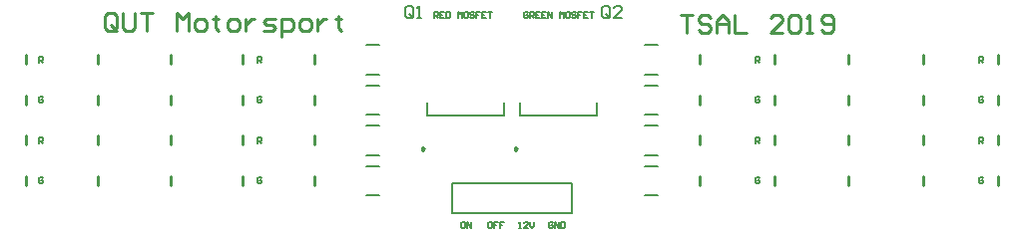
<source format=gto>
G04*
G04 #@! TF.GenerationSoftware,Altium Limited,Altium Designer,19.0.15 (446)*
G04*
G04 Layer_Color=65535*
%FSLAX25Y25*%
%MOIN*%
G70*
G01*
G75*
%ADD10C,0.00984*%
%ADD11C,0.01000*%
%ADD12C,0.00787*%
%ADD13C,0.00600*%
D10*
X184661Y32177D02*
X183923Y32603D01*
Y31751D01*
X184661Y32177D01*
X153661D02*
X152923Y32603D01*
Y31751D01*
X153661Y32177D01*
D11*
X245587Y60500D02*
Y63500D01*
X270524Y60500D02*
Y63500D01*
X295461Y60500D02*
Y63500D01*
X320398Y60500D02*
Y63500D01*
X345335Y60500D02*
Y63500D01*
X117173Y60500D02*
Y63500D01*
X93046Y60500D02*
Y63500D01*
X68919Y60500D02*
Y63500D01*
X44792Y60500D02*
Y63500D01*
X20665Y60500D02*
Y63500D01*
X245587Y47000D02*
Y50000D01*
X270524Y47000D02*
Y50000D01*
X295461Y47000D02*
Y50000D01*
X320398Y47000D02*
Y50000D01*
X345335Y47000D02*
Y50000D01*
X117173Y47000D02*
Y50000D01*
X93046Y47000D02*
Y50000D01*
X68919Y47000D02*
Y50000D01*
X44792Y47000D02*
Y50000D01*
X20665Y47000D02*
Y50000D01*
X245587Y33500D02*
Y36500D01*
X270524Y33500D02*
Y36500D01*
X295461Y33500D02*
Y36500D01*
X320398Y33500D02*
Y36500D01*
X345335Y33500D02*
Y36500D01*
X117173Y33500D02*
Y36500D01*
X93046Y33500D02*
Y36500D01*
X68919Y33500D02*
Y36500D01*
X44792Y33500D02*
Y36500D01*
X20665Y33500D02*
Y36500D01*
X245587Y20000D02*
Y23000D01*
X270524Y20000D02*
Y23000D01*
X295461Y20000D02*
Y23000D01*
X320398Y20000D02*
Y23000D01*
X345335Y20000D02*
Y23000D01*
X117173Y20000D02*
Y23000D01*
X93046Y20000D02*
Y23000D01*
X68919Y20000D02*
Y23000D01*
X44792Y20000D02*
Y23000D01*
X20665Y20000D02*
Y23000D01*
X239500Y76999D02*
X243499D01*
X241499D01*
Y71001D01*
X249497Y75999D02*
X248497Y76999D01*
X246498D01*
X245498Y75999D01*
Y74999D01*
X246498Y74000D01*
X248497D01*
X249497Y73000D01*
Y72000D01*
X248497Y71001D01*
X246498D01*
X245498Y72000D01*
X251496Y71001D02*
Y74999D01*
X253496Y76999D01*
X255495Y74999D01*
Y71001D01*
Y74000D01*
X251496D01*
X257494Y76999D02*
Y71001D01*
X261493D01*
X273489D02*
X269490D01*
X273489Y74999D01*
Y75999D01*
X272489Y76999D01*
X270490D01*
X269490Y75999D01*
X275488D02*
X276488Y76999D01*
X278487D01*
X279487Y75999D01*
Y72000D01*
X278487Y71001D01*
X276488D01*
X275488Y72000D01*
Y75999D01*
X281486Y71001D02*
X283486D01*
X282486D01*
Y76999D01*
X281486Y75999D01*
X286485Y72000D02*
X287485Y71001D01*
X289484D01*
X290483Y72000D01*
Y75999D01*
X289484Y76999D01*
X287485D01*
X286485Y75999D01*
Y74999D01*
X287485Y74000D01*
X290483D01*
X50999Y72500D02*
Y76498D01*
X49999Y77498D01*
X48000D01*
X47000Y76498D01*
Y72500D01*
X48000Y71500D01*
X49999D01*
X48999Y73499D02*
X50999Y71500D01*
X49999D02*
X50999Y72500D01*
X52998Y77498D02*
Y72500D01*
X53998Y71500D01*
X55997D01*
X56997Y72500D01*
Y77498D01*
X58996D02*
X62995D01*
X60996D01*
Y71500D01*
X70992D02*
Y77498D01*
X72992Y75499D01*
X74991Y77498D01*
Y71500D01*
X77990D02*
X79989D01*
X80989Y72500D01*
Y74499D01*
X79989Y75499D01*
X77990D01*
X76990Y74499D01*
Y72500D01*
X77990Y71500D01*
X83988Y76498D02*
Y75499D01*
X82988D01*
X84988D01*
X83988D01*
Y72500D01*
X84988Y71500D01*
X88986D02*
X90986D01*
X91985Y72500D01*
Y74499D01*
X90986Y75499D01*
X88986D01*
X87987Y74499D01*
Y72500D01*
X88986Y71500D01*
X93985Y75499D02*
Y71500D01*
Y73499D01*
X94985Y74499D01*
X95984Y75499D01*
X96984D01*
X99983Y71500D02*
X102982D01*
X103982Y72500D01*
X102982Y73499D01*
X100982D01*
X99983Y74499D01*
X100982Y75499D01*
X103982D01*
X105981Y69501D02*
Y75499D01*
X108980D01*
X109980Y74499D01*
Y72500D01*
X108980Y71500D01*
X105981D01*
X112979D02*
X114978D01*
X115978Y72500D01*
Y74499D01*
X114978Y75499D01*
X112979D01*
X111979Y74499D01*
Y72500D01*
X112979Y71500D01*
X117977Y75499D02*
Y71500D01*
Y73499D01*
X118977Y74499D01*
X119976Y75499D01*
X120976D01*
X124975Y76498D02*
Y75499D01*
X123975D01*
X125975D01*
X124975D01*
Y72500D01*
X125975Y71500D01*
D12*
X227335Y57079D02*
X231665D01*
X227335Y66921D02*
X231665D01*
X134335D02*
X138665D01*
X134335Y57079D02*
X138665D01*
X227335Y43579D02*
X231665D01*
X227335Y53421D02*
X231665D01*
X134335D02*
X138665D01*
X134335Y43579D02*
X138665D01*
X227335Y30079D02*
X231665D01*
X227335Y39921D02*
X231665D01*
X134335D02*
X138665D01*
X134335Y30079D02*
X138665D01*
X227335Y16579D02*
X231665D01*
X227335Y26421D02*
X231665D01*
X134335D02*
X138665D01*
X134335Y16579D02*
X138665D01*
X203000Y10500D02*
Y20500D01*
X163000Y10500D02*
X203000D01*
X163000Y20500D02*
X203000D01*
X163000Y10500D02*
Y20500D01*
X185626Y43201D02*
Y47717D01*
Y43201D02*
X211374D01*
Y47717D01*
X154626Y43201D02*
Y47717D01*
Y43201D02*
X180374D01*
Y47717D01*
D13*
X26333Y49166D02*
X26000Y49499D01*
X25333D01*
X25000Y49166D01*
Y47833D01*
X25333Y47500D01*
X26000D01*
X26333Y47833D01*
Y48500D01*
X25666D01*
X26333Y22166D02*
X26000Y22499D01*
X25333D01*
X25000Y22166D01*
Y20833D01*
X25333Y20500D01*
X26000D01*
X26333Y20833D01*
Y21500D01*
X25666D01*
X99333Y22166D02*
X99000Y22499D01*
X98333D01*
X98000Y22166D01*
Y20833D01*
X98333Y20500D01*
X99000D01*
X99333Y20833D01*
Y21500D01*
X98666D01*
X99333Y49166D02*
X99000Y49499D01*
X98333D01*
X98000Y49166D01*
Y47833D01*
X98333Y47500D01*
X99000D01*
X99333Y47833D01*
Y48500D01*
X98666D01*
X25000Y34000D02*
Y35999D01*
X26000D01*
X26333Y35666D01*
Y35000D01*
X26000Y34666D01*
X25000D01*
X25666D02*
X26333Y34000D01*
X25000Y61000D02*
Y62999D01*
X26000D01*
X26333Y62666D01*
Y62000D01*
X26000Y61666D01*
X25000D01*
X25666D02*
X26333Y61000D01*
X98000D02*
Y62999D01*
X99000D01*
X99333Y62666D01*
Y62000D01*
X99000Y61666D01*
X98000D01*
X98666D02*
X99333Y61000D01*
X98000Y33909D02*
Y35909D01*
X99000D01*
X99333Y35576D01*
Y34909D01*
X99000Y34576D01*
X98000D01*
X98666D02*
X99333Y33909D01*
X339000D02*
Y35909D01*
X340000D01*
X340333Y35576D01*
Y34909D01*
X340000Y34576D01*
X339000D01*
X339666D02*
X340333Y33909D01*
X339000Y61000D02*
Y62999D01*
X340000D01*
X340333Y62666D01*
Y62000D01*
X340000Y61666D01*
X339000D01*
X339666D02*
X340333Y61000D01*
X264500D02*
Y62999D01*
X265500D01*
X265833Y62666D01*
Y62000D01*
X265500Y61666D01*
X264500D01*
X265166D02*
X265833Y61000D01*
X264500Y34000D02*
Y35999D01*
X265500D01*
X265833Y35666D01*
Y35000D01*
X265500Y34666D01*
X264500D01*
X265166D02*
X265833Y34000D01*
X340333Y49166D02*
X340000Y49499D01*
X339333D01*
X339000Y49166D01*
Y47833D01*
X339333Y47500D01*
X340000D01*
X340333Y47833D01*
Y48500D01*
X339666D01*
X340333Y22166D02*
X340000Y22499D01*
X339333D01*
X339000Y22166D01*
Y20833D01*
X339333Y20500D01*
X340000D01*
X340333Y20833D01*
Y21500D01*
X339666D01*
X265833Y22166D02*
X265500Y22499D01*
X264833D01*
X264500Y22166D01*
Y20833D01*
X264833Y20500D01*
X265500D01*
X265833Y20833D01*
Y21500D01*
X265166D01*
X265833Y49166D02*
X265500Y49499D01*
X264833D01*
X264500Y49166D01*
Y47833D01*
X264833Y47500D01*
X265500D01*
X265833Y47833D01*
Y48500D01*
X265166D01*
X188333Y77666D02*
X188000Y77999D01*
X187333D01*
X187000Y77666D01*
Y76333D01*
X187333Y76000D01*
X188000D01*
X188333Y76333D01*
Y77000D01*
X187666D01*
X188999Y76000D02*
Y77999D01*
X189999D01*
X190332Y77666D01*
Y77000D01*
X189999Y76666D01*
X188999D01*
X189666D02*
X190332Y76000D01*
X192332Y77999D02*
X190999D01*
Y76000D01*
X192332D01*
X190999Y77000D02*
X191665D01*
X194331Y77999D02*
X192998D01*
Y76000D01*
X194331D01*
X192998Y77000D02*
X193665D01*
X194997Y76000D02*
Y77999D01*
X196330Y76000D01*
Y77999D01*
X198996Y76000D02*
Y77999D01*
X199663Y77333D01*
X200329Y77999D01*
Y76000D01*
X201995Y77999D02*
X201329D01*
X200995Y77666D01*
Y76333D01*
X201329Y76000D01*
X201995D01*
X202328Y76333D01*
Y77666D01*
X201995Y77999D01*
X204328Y77666D02*
X203994Y77999D01*
X203328D01*
X202995Y77666D01*
Y77333D01*
X203328Y77000D01*
X203994D01*
X204328Y76666D01*
Y76333D01*
X203994Y76000D01*
X203328D01*
X202995Y76333D01*
X206327Y77999D02*
X204994D01*
Y77000D01*
X205661D01*
X204994D01*
Y76000D01*
X208326Y77999D02*
X206994D01*
Y76000D01*
X208326D01*
X206994Y77000D02*
X207660D01*
X208993Y77999D02*
X210326D01*
X209659D01*
Y76000D01*
X157000D02*
Y77999D01*
X158000D01*
X158333Y77666D01*
Y77000D01*
X158000Y76666D01*
X157000D01*
X157667D02*
X158333Y76000D01*
X160332Y77999D02*
X158999D01*
Y76000D01*
X160332D01*
X158999Y77000D02*
X159666D01*
X160999Y77999D02*
Y76000D01*
X161998D01*
X162332Y76333D01*
Y77666D01*
X161998Y77999D01*
X160999D01*
X164997Y76000D02*
Y77999D01*
X165664Y77333D01*
X166330Y77999D01*
Y76000D01*
X167996Y77999D02*
X167330D01*
X166997Y77666D01*
Y76333D01*
X167330Y76000D01*
X167996D01*
X168330Y76333D01*
Y77666D01*
X167996Y77999D01*
X170329Y77666D02*
X169996Y77999D01*
X169329D01*
X168996Y77666D01*
Y77333D01*
X169329Y77000D01*
X169996D01*
X170329Y76666D01*
Y76333D01*
X169996Y76000D01*
X169329D01*
X168996Y76333D01*
X172328Y77999D02*
X170995D01*
Y77000D01*
X171662D01*
X170995D01*
Y76000D01*
X174328Y77999D02*
X172995D01*
Y76000D01*
X174328D01*
X172995Y77000D02*
X173661D01*
X174994Y77999D02*
X176327D01*
X175661D01*
Y76000D01*
X167000Y7499D02*
X166333D01*
X166000Y7166D01*
Y5833D01*
X166333Y5500D01*
X167000D01*
X167333Y5833D01*
Y7166D01*
X167000Y7499D01*
X167999Y5500D02*
Y7499D01*
X169332Y5500D01*
Y7499D01*
X176000D02*
X175333D01*
X175000Y7166D01*
Y5833D01*
X175333Y5500D01*
X176000D01*
X176333Y5833D01*
Y7166D01*
X176000Y7499D01*
X178332D02*
X176999D01*
Y6500D01*
X177666D01*
X176999D01*
Y5500D01*
X180332Y7499D02*
X178999D01*
Y6500D01*
X179665D01*
X178999D01*
Y5500D01*
X185500D02*
X186167D01*
X185833D01*
Y7499D01*
X185500Y7166D01*
X188499Y5500D02*
X187166D01*
X188499Y6833D01*
Y7166D01*
X188166Y7499D01*
X187499D01*
X187166Y7166D01*
X189165Y7499D02*
Y6166D01*
X189832Y5500D01*
X190498Y6166D01*
Y7499D01*
X196833Y7166D02*
X196500Y7499D01*
X195833D01*
X195500Y7166D01*
Y5833D01*
X195833Y5500D01*
X196500D01*
X196833Y5833D01*
Y6500D01*
X196167D01*
X197499Y5500D02*
Y7499D01*
X198832Y5500D01*
Y7499D01*
X199499D02*
Y5500D01*
X200498D01*
X200832Y5833D01*
Y7166D01*
X200498Y7499D01*
X199499D01*
X215666Y76666D02*
Y79332D01*
X214999Y79999D01*
X213666D01*
X213000Y79332D01*
Y76666D01*
X213666Y76000D01*
X214999D01*
X214333Y77333D02*
X215666Y76000D01*
X214999D02*
X215666Y76666D01*
X219665Y76000D02*
X216999D01*
X219665Y78666D01*
Y79332D01*
X218998Y79999D01*
X217665D01*
X216999Y79332D01*
X150166Y76666D02*
Y79332D01*
X149499Y79999D01*
X148167D01*
X147500Y79332D01*
Y76666D01*
X148167Y76000D01*
X149499D01*
X148833Y77333D02*
X150166Y76000D01*
X149499D02*
X150166Y76666D01*
X151499Y76000D02*
X152832D01*
X152165D01*
Y79999D01*
X151499Y79332D01*
M02*

</source>
